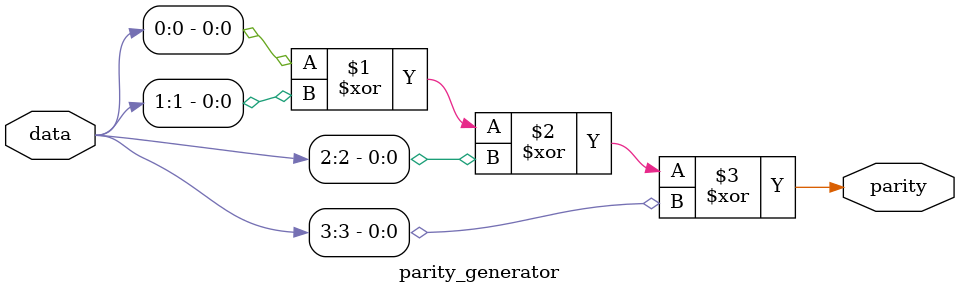
<source format=v>
`timescale 1ns / 1ps
module parity_generator (
    input wire [3:0] data, // 4 input data bits
    output wire parity     // Parity bit output
);

    assign parity = data[0] ^ data[1] ^ data[2] ^ data[3]; // XOR all input bits to generate parity

endmodule

</source>
